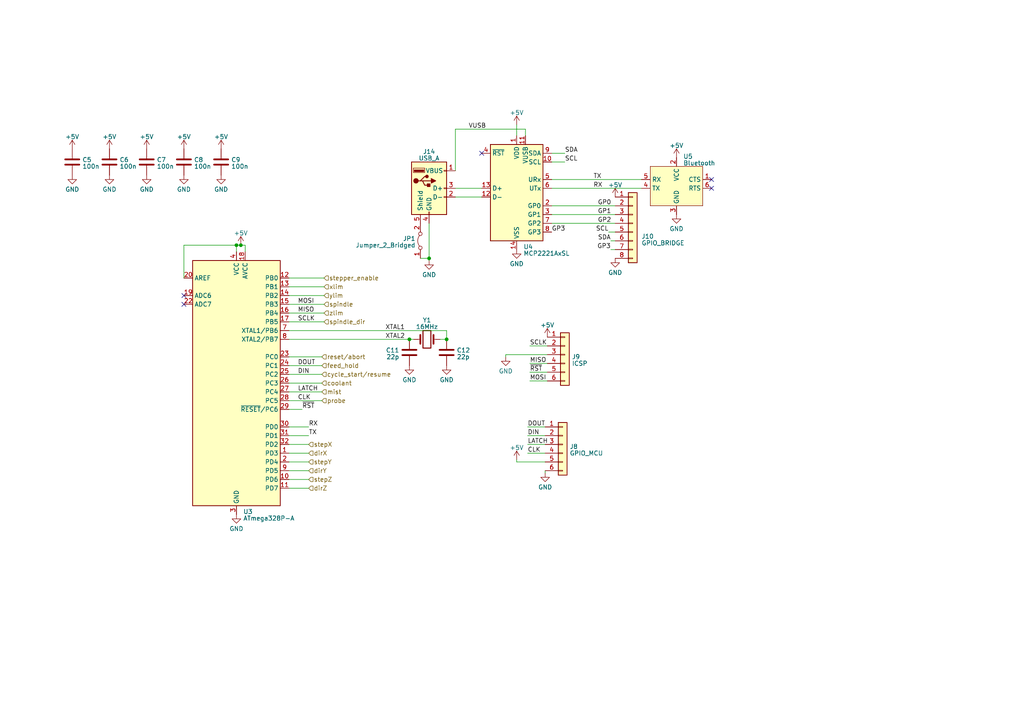
<source format=kicad_sch>
(kicad_sch (version 20230121) (generator eeschema)
  (paper "A4")
  (title_block (title "CNC controller") (date "2023-08-26") (rev "A") (company "Xavier Bourlot"))
  (lib_symbols
    (symbol "Connector:USB_A" (pin_names (offset 1.016))
      (property "Reference" "J" (at -5.08 11.43 0))
      (property "Value" "USB_A" (at -5.08 8.89 0))
      (symbol "USB_A_0_1"
        (rectangle (start -5.08 -7.62) (end 5.08 7.62) (stroke (width 0.254)) (fill (type background)))
        (circle (center -3.81 2.159) (radius 0.635) (stroke (width 0.254)) (fill (type outline)))
        (rectangle (start -1.524 4.826) (end -4.318 5.334) (fill (type outline)))
        (rectangle (start -1.27 4.572) (end -4.572 5.842))
        (circle (center -0.635 3.429) (radius 0.381) (stroke (width 0.254)) (fill (type outline)))
        (rectangle (start -0.127 -7.62) (end 0.127 -6.858))
        (polyline (pts (xy -3.175 2.159) (xy -2.54 2.159) (xy -1.27 3.429) (xy -0.635 3.429)) (stroke (width 0.254)))
        (polyline (pts (xy -2.54 2.159) (xy -1.905 2.159) (xy -1.27 0.889) (xy 0 0.889)) (stroke (width 0.254)))
        (polyline (pts (xy 0.635 2.794) (xy 0.635 1.524) (xy 1.905 2.159) (xy 0.635 2.794)) (stroke (width 0.254)) (fill (type outline)))
        (rectangle (start 0.254 1.27) (end -0.508 0.508) (stroke (width 0.254)) (fill (type outline)))
        (rectangle (start 5.08 -2.667) (end 4.318 -2.413))
        (rectangle (start 5.08 -0.127) (end 4.318 0.127))
        (rectangle (start 5.08 4.953) (end 4.318 5.207))
      )
      (symbol "USB_A_1_1"
        (polyline (pts (xy -1.905 2.159) (xy 0.635 2.159)) (stroke (width 0.254)))
        (pin power_in line (at 7.62 5.08 180) (length 2.54) (name "VBUS") (number "1"))
        (pin bidirectional line (at 7.62 -2.54 180) (length 2.54) (name "D-") (number "2"))
        (pin bidirectional line (at 7.62 0 180) (length 2.54) (name "D+") (number "3"))
        (pin power_in line (at 0 -10.16 90) (length 2.54) (name "GND") (number "4"))
        (pin passive line (at -2.54 -10.16 90) (length 2.54) (name "Shield") (number "5"))
      )
    )
    (symbol "Connector_Generic:Conn_01x06" (pin_names (offset 1.016) hide)
      (property "Reference" "J" (at 0 7.62 0))
      (property "Value" "Conn_01x06" (at 0 -10.16 0))
      (symbol "Conn_01x06_1_1"
        (rectangle (start -1.27 -7.493) (end 0 -7.747) (stroke (width 0.1524)))
        (rectangle (start -1.27 -4.953) (end 0 -5.207) (stroke (width 0.1524)))
        (rectangle (start -1.27 -2.413) (end 0 -2.667) (stroke (width 0.1524)))
        (rectangle (start -1.27 0.127) (end 0 -0.127) (stroke (width 0.1524)))
        (rectangle (start -1.27 2.667) (end 0 2.413) (stroke (width 0.1524)))
        (rectangle (start -1.27 5.207) (end 0 4.953) (stroke (width 0.1524)))
        (rectangle (start -1.27 6.35) (end 1.27 -8.89) (stroke (width 0.254)) (fill (type background)))
        (pin passive line (at -5.08 5.08 0) (length 3.81) (name "Pin_1") (number "1"))
        (pin passive line (at -5.08 2.54 0) (length 3.81) (name "Pin_2") (number "2"))
        (pin passive line (at -5.08 0 0) (length 3.81) (name "Pin_3") (number "3"))
        (pin passive line (at -5.08 -2.54 0) (length 3.81) (name "Pin_4") (number "4"))
        (pin passive line (at -5.08 -5.08 0) (length 3.81) (name "Pin_5") (number "5"))
        (pin passive line (at -5.08 -7.62 0) (length 3.81) (name "Pin_6") (number "6"))
      )
    )
    (symbol "Connector_Generic:Conn_01x08" (pin_names (offset 1.016) hide)
      (property "Reference" "J" (at 0 10.16 0))
      (property "Value" "Conn_01x08" (at 0 -12.7 0))
      (symbol "Conn_01x08_1_1"
        (rectangle (start -1.27 -10.033) (end 0 -10.287) (stroke (width 0.1524)))
        (rectangle (start -1.27 -7.493) (end 0 -7.747) (stroke (width 0.1524)))
        (rectangle (start -1.27 -4.953) (end 0 -5.207) (stroke (width 0.1524)))
        (rectangle (start -1.27 -2.413) (end 0 -2.667) (stroke (width 0.1524)))
        (rectangle (start -1.27 0.127) (end 0 -0.127) (stroke (width 0.1524)))
        (rectangle (start -1.27 2.667) (end 0 2.413) (stroke (width 0.1524)))
        (rectangle (start -1.27 5.207) (end 0 4.953) (stroke (width 0.1524)))
        (rectangle (start -1.27 7.747) (end 0 7.493) (stroke (width 0.1524)))
        (rectangle (start -1.27 8.89) (end 1.27 -11.43) (stroke (width 0.254)) (fill (type background)))
        (pin passive line (at -5.08 7.62 0) (length 3.81) (name "Pin_1") (number "1"))
        (pin passive line (at -5.08 5.08 0) (length 3.81) (name "Pin_2") (number "2"))
        (pin passive line (at -5.08 2.54 0) (length 3.81) (name "Pin_3") (number "3"))
        (pin passive line (at -5.08 0 0) (length 3.81) (name "Pin_4") (number "4"))
        (pin passive line (at -5.08 -2.54 0) (length 3.81) (name "Pin_5") (number "5"))
        (pin passive line (at -5.08 -5.08 0) (length 3.81) (name "Pin_6") (number "6"))
        (pin passive line (at -5.08 -7.62 0) (length 3.81) (name "Pin_7") (number "7"))
        (pin passive line (at -5.08 -10.16 0) (length 3.81) (name "Pin_8") (number "8"))
      )
    )
    (symbol "Device:C" (pin_numbers hide) (pin_names (offset 0.254))
      (property "Reference" "C" (at 0.635 2.54 0))
      (property "Value" "C" (at 0.635 -2.54 0))
      (symbol "C_0_1"
        (polyline (pts (xy -2.032 -0.762) (xy 2.032 -0.762)) (stroke (width 0.508)))
        (polyline (pts (xy -2.032 0.762) (xy 2.032 0.762)) (stroke (width 0.508)))
      )
      (symbol "C_1_1"
        (pin passive line (at 0 3.81 270) (length 2.794) (name "~") (number "1"))
        (pin passive line (at 0 -3.81 90) (length 2.794) (name "~") (number "2"))
      )
    )
    (symbol "Device:Crystal" (pin_numbers hide) (pin_names (offset 1.016) hide)
      (property "Reference" "Y" (at 0 3.81 0))
      (property "Value" "Crystal" (at 0 -3.81 0))
      (symbol "Crystal_0_1"
        (rectangle (start -1.143 2.54) (end 1.143 -2.54) (stroke (width 0.3048)))
        (polyline (pts (xy -2.54 0) (xy -1.905 0)))
        (polyline (pts (xy -1.905 -1.27) (xy -1.905 1.27)) (stroke (width 0.508)))
        (polyline (pts (xy 1.905 -1.27) (xy 1.905 1.27)) (stroke (width 0.508)))
        (polyline (pts (xy 2.54 0) (xy 1.905 0)))
      )
      (symbol "Crystal_1_1"
        (pin passive line (at -3.81 0 0) (length 1.27) (name "1") (number "1"))
        (pin passive line (at 3.81 0 180) (length 1.27) (name "2") (number "2"))
      )
    )
    (symbol "Interface_USB:MCP2221AxSL"
      (property "Reference" "U" (at -7.62 16.51 0))
      (property "Value" "MCP2221AxSL" (at 12.7 16.51 0))
      (symbol "MCP2221AxSL_0_1"
        (rectangle (start -7.62 15.24) (end 7.62 -12.7) (stroke (width 0.254)) (fill (type background)))
      )
      (symbol "MCP2221AxSL_1_1"
        (pin power_in line (at 0 17.78 270) (length 2.54) (name "VDD") (number "1"))
        (pin bidirectional line (at 10.16 10.16 180) (length 2.54) (name "SCL") (number "10"))
        (pin passive line (at 2.54 17.78 270) (length 2.54) (name "VUSB") (number "11"))
        (pin bidirectional line (at -10.16 0 0) (length 2.54) (name "D-") (number "12"))
        (pin bidirectional line (at -10.16 2.54 0) (length 2.54) (name "D+") (number "13"))
        (pin power_in line (at 0 -15.24 90) (length 2.54) (name "VSS") (number "14"))
        (pin bidirectional line (at 10.16 -2.54 180) (length 2.54) (name "GP0") (number "2"))
        (pin bidirectional line (at 10.16 -5.08 180) (length 2.54) (name "GP1") (number "3"))
        (pin input line (at -10.16 12.7 0) (length 2.54) (name "~{RST}") (number "4"))
        (pin input line (at 10.16 5.08 180) (length 2.54) (name "URx") (number "5"))
        (pin output line (at 10.16 2.54 180) (length 2.54) (name "UTx") (number "6"))
        (pin bidirectional line (at 10.16 -7.62 180) (length 2.54) (name "GP2") (number "7"))
        (pin bidirectional line (at 10.16 -10.16 180) (length 2.54) (name "GP3") (number "8"))
        (pin bidirectional line (at 10.16 12.7 180) (length 2.54) (name "SDA") (number "9"))
      )
    )
    (symbol "Jumper:Jumper_2_Bridged" (pin_names (offset 0) hide)
      (property "Reference" "JP" (at 0 1.905 0))
      (property "Value" "Jumper_2_Bridged" (at 0 -2.54 0))
      (symbol "Jumper_2_Bridged_0_0"
        (circle (center -2.032 0) (radius 0.508))
        (circle (center 2.032 0) (radius 0.508))
      )
      (symbol "Jumper_2_Bridged_0_1"
        (arc (start 1.524 0.254) (mid 0 0.762) (end -1.524 0.254))
      )
      (symbol "Jumper_2_Bridged_1_1"
        (pin passive line (at -5.08 0 0) (length 2.54) (name "A") (number "1"))
        (pin passive line (at 5.08 0 180) (length 2.54) (name "B") (number "2"))
      )
    )
    (symbol "MCU_Microchip_ATmega:ATmega328P-A"
      (property "Reference" "U" (at -12.7 36.83 0))
      (property "Value" "ATmega328P-A" (at 2.54 -36.83 0))
      (symbol "ATmega328P-A_0_1"
        (rectangle (start -12.7 -35.56) (end 12.7 35.56) (stroke (width 0.254)) (fill (type background)))
      )
      (symbol "ATmega328P-A_1_1"
        (pin bidirectional line (at 15.24 -20.32 180) (length 2.54) (name "PD3") (number "1"))
        (pin bidirectional line (at 15.24 -27.94 180) (length 2.54) (name "PD6") (number "10"))
        (pin bidirectional line (at 15.24 -30.48 180) (length 2.54) (name "PD7") (number "11"))
        (pin bidirectional line (at 15.24 30.48 180) (length 2.54) (name "PB0") (number "12"))
        (pin bidirectional line (at 15.24 27.94 180) (length 2.54) (name "PB1") (number "13"))
        (pin bidirectional line (at 15.24 25.4 180) (length 2.54) (name "PB2") (number "14"))
        (pin bidirectional line (at 15.24 22.86 180) (length 2.54) (name "PB3") (number "15"))
        (pin bidirectional line (at 15.24 20.32 180) (length 2.54) (name "PB4") (number "16"))
        (pin bidirectional line (at 15.24 17.78 180) (length 2.54) (name "PB5") (number "17"))
        (pin power_in line (at 2.54 38.1 270) (length 2.54) (name "AVCC") (number "18"))
        (pin input line (at -15.24 25.4 0) (length 2.54) (name "ADC6") (number "19"))
        (pin bidirectional line (at 15.24 -22.86 180) (length 2.54) (name "PD4") (number "2"))
        (pin passive line (at -15.24 30.48 0) (length 2.54) (name "AREF") (number "20"))
        (pin passive line (at 0 -38.1 90) (length 2.54) hide (name "GND") (number "21"))
        (pin input line (at -15.24 22.86 0) (length 2.54) (name "ADC7") (number "22"))
        (pin bidirectional line (at 15.24 7.62 180) (length 2.54) (name "PC0") (number "23"))
        (pin bidirectional line (at 15.24 5.08 180) (length 2.54) (name "PC1") (number "24"))
        (pin bidirectional line (at 15.24 2.54 180) (length 2.54) (name "PC2") (number "25"))
        (pin bidirectional line (at 15.24 0 180) (length 2.54) (name "PC3") (number "26"))
        (pin bidirectional line (at 15.24 -2.54 180) (length 2.54) (name "PC4") (number "27"))
        (pin bidirectional line (at 15.24 -5.08 180) (length 2.54) (name "PC5") (number "28"))
        (pin bidirectional line (at 15.24 -7.62 180) (length 2.54) (name "~{RESET}/PC6") (number "29"))
        (pin power_in line (at 0 -38.1 90) (length 2.54) (name "GND") (number "3"))
        (pin bidirectional line (at 15.24 -12.7 180) (length 2.54) (name "PD0") (number "30"))
        (pin bidirectional line (at 15.24 -15.24 180) (length 2.54) (name "PD1") (number "31"))
        (pin bidirectional line (at 15.24 -17.78 180) (length 2.54) (name "PD2") (number "32"))
        (pin power_in line (at 0 38.1 270) (length 2.54) (name "VCC") (number "4"))
        (pin passive line (at 0 -38.1 90) (length 2.54) hide (name "GND") (number "5"))
        (pin passive line (at 0 38.1 270) (length 2.54) hide (name "VCC") (number "6"))
        (pin bidirectional line (at 15.24 15.24 180) (length 2.54) (name "XTAL1/PB6") (number "7"))
        (pin bidirectional line (at 15.24 12.7 180) (length 2.54) (name "XTAL2/PB7") (number "8"))
        (pin bidirectional line (at 15.24 -25.4 180) (length 2.54) (name "PD5") (number "9"))
      )
    )
    (symbol "_MYLIBRARY:BlueSmirfSilver"
      (property "Reference" "U" (at -6.35 6.35 0))
      (symbol "BlueSmirfSilver_1_1"
        (rectangle (start -7.62 5.08) (end 7.62 -6.35) (fill (type background)))
        (pin unspecified line (at 10.16 1.27 180) (length 2.54) (name "CTS") (number "1"))
        (pin power_in line (at 0 7.62 270) (length 2.54) (name "VCC") (number "2"))
        (pin power_in line (at 0 -8.89 90) (length 2.54) (name "GND") (number "3"))
        (pin output line (at -10.16 -1.27 0) (length 2.54) (name "TX") (number "4"))
        (pin input line (at -10.16 1.27 0) (length 2.54) (name "RX") (number "5"))
        (pin unspecified line (at 10.16 -1.27 180) (length 2.54) (name "RTS") (number "6"))
      )
    )
    (symbol "power:+5V" (power) (pin_names (offset 0))
      (property "Value" "+5V" (at 0 3.556 0))
      (symbol "+5V_0_1"
        (polyline (pts (xy -0.762 1.27) (xy 0 2.54)))
        (polyline (pts (xy 0 0) (xy 0 2.54)))
        (polyline (pts (xy 0 2.54) (xy 0.762 1.27)))
      )
      (symbol "+5V_1_1"
        (pin power_in line (at 0 0 90) (length 0) hide (name "+5V") (number "1"))
      )
    )
    (symbol "power:GND" (power) (pin_names (offset 0))
      (property "Value" "GND" (at 0 -3.81 0))
      (symbol "GND_0_1"
        (polyline (pts (xy 0 0) (xy 0 -1.27) (xy 1.27 -1.27) (xy 0 -2.54) (xy -1.27 -1.27) (xy 0 -1.27)))
      )
      (symbol "GND_1_1"
        (pin power_in line (at 0 0 270) (length 0) hide (name "GND") (number "1"))
      )
    )
  )
  (junction (at 118.745 98.425))
  (junction (at 124.46 74.93))
  (junction (at 69.85 71.12))
  (junction (at 68.58 71.12))
  (junction (at 129.54 98.425))
  (no_connect (at 53.34 88.265))
  (no_connect (at 139.7 44.45))
  (no_connect (at 53.34 85.725))
  (no_connect (at 206.375 52.07))
  (no_connect (at 206.375 54.61))
  (wire (pts (xy 83.82 95.885) (xy 129.54 95.885)))
  (wire (pts (xy 132.08 54.61) (xy 139.7 54.61)))
  (wire (pts (xy 153.035 131.445) (xy 158.115 131.445)))
  (wire (pts (xy 83.82 118.745) (xy 87.63 118.745)))
  (wire (pts (xy 158.115 133.985) (xy 149.86 133.985)))
  (wire (pts (xy 132.08 57.15) (xy 139.7 57.15)))
  (wire (pts (xy 120.015 98.425) (xy 118.745 98.425)))
  (wire (pts (xy 83.82 128.905) (xy 89.535 128.905)))
  (wire (pts (xy 83.82 90.805) (xy 93.98 90.805)))
  (wire (pts (xy 71.12 71.12) (xy 71.12 73.025)))
  (wire (pts (xy 68.58 71.12) (xy 69.85 71.12)))
  (wire (pts (xy 83.82 126.365) (xy 89.535 126.365)))
  (wire (pts (xy 83.82 111.125) (xy 93.345 111.125)))
  (wire (pts (xy 83.82 113.665) (xy 93.345 113.665)))
  (wire (pts (xy 121.92 74.93) (xy 124.46 74.93)))
  (wire (pts (xy 83.82 116.205) (xy 93.345 116.205)))
  (wire (pts (xy 160.02 59.69) (xy 178.435 59.69)))
  (wire (pts (xy 53.34 71.12) (xy 68.58 71.12)))
  (wire (pts (xy 127.635 98.425) (xy 129.54 98.425)))
  (wire (pts (xy 146.685 102.87) (xy 158.75 102.87)))
  (wire (pts (xy 153.035 128.905) (xy 158.115 128.905)))
  (wire (pts (xy 132.08 49.53) (xy 132.08 37.465)))
  (wire (pts (xy 129.54 95.885) (xy 129.54 98.425)))
  (wire (pts (xy 83.82 88.265) (xy 93.98 88.265)))
  (wire (pts (xy 83.82 123.825) (xy 89.535 123.825)))
  (wire (pts (xy 158.115 137.16) (xy 158.115 136.525)))
  (wire (pts (xy 160.02 62.23) (xy 178.435 62.23)))
  (wire (pts (xy 178.435 69.85) (xy 177.165 69.85)))
  (wire (pts (xy 68.58 73.025) (xy 68.58 71.12)))
  (wire (pts (xy 153.035 123.825) (xy 158.115 123.825)))
  (wire (pts (xy 160.02 52.07) (xy 186.055 52.07)))
  (wire (pts (xy 83.82 85.725) (xy 93.98 85.725)))
  (wire (pts (xy 176.53 67.31) (xy 178.435 67.31)))
  (wire (pts (xy 160.02 54.61) (xy 186.055 54.61)))
  (wire (pts (xy 153.67 100.33) (xy 158.75 100.33)))
  (wire (pts (xy 149.86 133.985) (xy 149.86 133.35)))
  (wire (pts (xy 53.34 80.645) (xy 53.34 71.12)))
  (wire (pts (xy 89.535 136.525) (xy 83.82 136.525)))
  (wire (pts (xy 83.82 80.645) (xy 93.98 80.645)))
  (wire (pts (xy 160.02 44.45) (xy 163.83 44.45)))
  (wire (pts (xy 83.82 98.425) (xy 118.745 98.425)))
  (wire (pts (xy 153.035 126.365) (xy 158.115 126.365)))
  (wire (pts (xy 160.02 64.77) (xy 178.435 64.77)))
  (wire (pts (xy 149.86 36.195) (xy 149.86 39.37)))
  (wire (pts (xy 83.82 108.585) (xy 93.345 108.585)))
  (wire (pts (xy 153.67 110.49) (xy 158.75 110.49)))
  (wire (pts (xy 146.685 103.505) (xy 146.685 102.87)))
  (wire (pts (xy 124.46 74.93) (xy 124.46 75.565)))
  (wire (pts (xy 124.46 64.77) (xy 124.46 74.93)))
  (wire (pts (xy 69.85 71.12) (xy 71.12 71.12)))
  (wire (pts (xy 89.535 141.605) (xy 83.82 141.605)))
  (wire (pts (xy 89.535 131.445) (xy 83.82 131.445)))
  (wire (pts (xy 178.435 72.39) (xy 177.165 72.39)))
  (wire (pts (xy 160.02 46.99) (xy 163.83 46.99)))
  (wire (pts (xy 152.4 37.465) (xy 152.4 39.37)))
  (wire (pts (xy 83.82 93.345) (xy 93.98 93.345)))
  (wire (pts (xy 89.535 133.985) (xy 83.82 133.985)))
  (wire (pts (xy 153.67 107.95) (xy 158.75 107.95)))
  (wire (pts (xy 132.08 37.465) (xy 152.4 37.465)))
  (wire (pts (xy 89.535 139.065) (xy 83.82 139.065)))
  (wire (pts (xy 83.82 103.505) (xy 93.345 103.505)))
  (wire (pts (xy 153.67 105.41) (xy 158.75 105.41)))
  (wire (pts (xy 83.82 106.045) (xy 93.345 106.045)))
  (wire (pts (xy 83.82 83.185) (xy 93.98 83.185)))
  (label "SCL" (at 163.83 46.99 0))
  (label "RX" (at 89.535 123.825 0))
  (label "VUSB" (at 135.89 37.465 0))
  (label "TX" (at 89.535 126.365 0))
  (label "~{RST}" (at 153.67 107.95 0))
  (label "SCLK" (at 153.67 100.33 0))
  (label "XTAL1" (at 111.76 95.885 0))
  (label "TX" (at 172.085 52.07 0))
  (label "DOUT" (at 153.035 123.825 0))
  (label "MOSI" (at 153.67 110.49 0))
  (label "GP1" (at 173.355 62.23 0))
  (label "DOUT" (at 86.36 106.045 0))
  (label "CLK" (at 153.035 131.445 0))
  (label "SDA" (at 177.165 69.85 180))
  (label "GP2" (at 173.355 64.77 0))
  (label "~{RST}" (at 87.63 118.745 0))
  (label "MISO" (at 86.36 90.805 0))
  (label "MOSI" (at 86.36 88.265 0))
  (label "SDA" (at 163.83 44.45 0))
  (label "SCLK" (at 86.36 93.345 0))
  (label "MISO" (at 153.67 105.41 0))
  (label "LATCH" (at 86.36 113.665 0))
  (label "GP3" (at 160.02 67.31 0))
  (label "DIN" (at 86.36 108.585 0))
  (label "GP0" (at 173.355 59.69 0))
  (label "DIN" (at 153.035 126.365 0))
  (label "RX" (at 172.085 54.61 0))
  (label "GP3" (at 177.165 72.39 180))
  (label "CLK" (at 86.36 116.205 0))
  (label "LATCH" (at 153.035 128.905 0))
  (label "XTAL2" (at 111.76 98.425 0))
  (label "SCL" (at 176.53 67.31 180))
  (hierarchical_label "feed_hold" (shape input) (at 93.345 106.045 0))
  (hierarchical_label "zlim" (shape input) (at 93.98 90.805 0))
  (hierarchical_label "cycle_start{slash}resume" (shape input) (at 93.345 108.585 0))
  (hierarchical_label "spindle" (shape input) (at 93.98 88.265 0))
  (hierarchical_label "dirZ" (shape input) (at 89.535 141.605 0))
  (hierarchical_label "stepY" (shape input) (at 89.535 133.985 0))
  (hierarchical_label "coolant" (shape input) (at 93.345 111.125 0))
  (hierarchical_label "probe" (shape input) (at 93.345 116.205 0))
  (hierarchical_label "ylim" (shape input) (at 93.98 85.725 0))
  (hierarchical_label "dirY" (shape input) (at 89.535 136.525 0))
  (hierarchical_label "mist" (shape input) (at 93.345 113.665 0))
  (hierarchical_label "xlim" (shape input) (at 93.98 83.185 0))
  (hierarchical_label "reset{slash}abort" (shape input) (at 93.345 103.505 0))
  (hierarchical_label "stepper_enable" (shape input) (at 93.98 80.645 0))
  (hierarchical_label "spindle_dir" (shape input) (at 93.98 93.345 0))
  (hierarchical_label "stepZ" (shape input) (at 89.535 139.065 0))
  (hierarchical_label "stepX" (shape input) (at 89.535 128.905 0))
  (hierarchical_label "dirX" (shape input) (at 89.535 131.445 0))
  (symbol (lib_id "power:+5V") (at 196.215 45.72 0) (unit 1)
    (property "Reference" "#PWR052" (effects hide))
    (property "Value" "+5V" (at 196.215 42.2181 0))
  )
  (symbol (lib_id "Connector_Generic:Conn_01x06") (at 163.83 102.87 0) (unit 1)
    (property "Reference" "J9" (at 165.862 103.4963 0) (effects (justify left)))
    (property "Value" "ICSP" (at 165.862 105.4173 0) (effects (justify left)))
    (property "Footprint" "Connector:Tag-Connect_TC2030-IDC-NL_2x03_P1.27mm_Vertical" (effects hide))
  )
  (symbol (lib_id "power:GND") (at 118.745 106.045 0) (unit 1)
    (property "Reference" "#PWR041" (effects hide))
    (property "Value" "GND" (at 118.745 110.1805 0))
  )
  (symbol (lib_id "power:GND") (at 124.46 75.565 0) (unit 1)
    (property "Reference" "#PWR042" (effects hide))
    (property "Value" "GND" (at 124.46 79.7005 0))
  )
  (symbol (lib_id "power:GND") (at 68.58 149.225 0) (unit 1)
    (property "Reference" "#PWR037" (effects hide))
    (property "Value" "GND" (at 68.58 153.3605 0))
  )
  (symbol (lib_id "Device:C") (at 31.75 46.99 0) (unit 1)
    (property "Reference" "C6" (at 34.671 46.3463 0) (effects (justify left)))
    (property "Value" "100n" (at 34.671 48.2673 0) (effects (justify left)))
    (property "Footprint" "Capacitor_SMD:C_0603_1608Metric_Pad1.08x0.95mm_HandSolder" (effects hide))
  )
  (symbol (lib_id "power:GND") (at 178.435 74.93 0) (unit 1)
    (property "Reference" "#PWR051" (effects hide))
    (property "Value" "GND" (at 178.435 79.0655 0))
  )
  (symbol (lib_id "Connector:USB_A") (at 124.46 54.61 0) (unit 1)
    (property "Reference" "J14" (at 124.46 43.9801 0))
    (property "Value" "USB_A" (at 124.46 45.9011 0))
    (property "Footprint" "Connector_USB:USB_B_Lumberg_2411_02_Horizontal" (effects hide))
    (property "Datasheet" " ~" (effects hide))
  )
  (symbol (lib_id "Jumper:Jumper_2_Bridged") (at 121.92 69.85 90) (unit 1)
    (property "Reference" "JP1" (at 120.523 69.2063 90) (effects (justify left)))
    (property "Value" "Jumper_2_Bridged" (at 120.523 71.1273 90) (effects (justify left)))
    (property "Footprint" "Jumper:SolderJumper-2_P1.3mm_Bridged_RoundedPad1.0x1.5mm" (effects hide))
  )
  (symbol (lib_id "power:+5V") (at 31.75 43.18 0) (unit 1)
    (property "Reference" "#PWR029" (effects hide))
    (property "Value" "+5V" (at 31.75 39.6781 0))
  )
  (symbol (lib_id "Device:C") (at 20.955 46.99 0) (unit 1)
    (property "Reference" "C5" (at 23.876 46.3463 0) (effects (justify left)))
    (property "Value" "100n" (at 23.876 48.2673 0) (effects (justify left)))
    (property "Footprint" "Capacitor_SMD:C_0603_1608Metric_Pad1.08x0.95mm_HandSolder" (effects hide))
  )
  (symbol (lib_id "power:GND") (at 53.34 50.8 0) (unit 1)
    (property "Reference" "#PWR034" (effects hide))
    (property "Value" "GND" (at 53.34 54.9355 0))
  )
  (symbol (lib_id "power:GND") (at 64.135 50.8 0) (unit 1)
    (property "Reference" "#PWR036" (effects hide))
    (property "Value" "GND" (at 64.135 54.9355 0))
  )
  (symbol (lib_id "_MYLIBRARY:BlueSmirfSilver") (at 196.215 53.34 0) (unit 1)
    (property "Reference" "U5" (at 198.1709 45.3771 0) (effects (justify left)))
    (property "Value" "Bluetooth" (at 198.1709 47.2981 0) (effects (justify left)))
    (property "Footprint" "footprints:BlueSmirf" (effects hide))
  )
  (symbol (lib_id "Device:C") (at 129.54 102.235 0) (unit 1)
    (property "Reference" "C12" (at 132.461 101.5913 0) (effects (justify left)))
    (property "Value" "22p" (at 132.461 103.5123 0) (effects (justify left)))
    (property "Footprint" "Capacitor_SMD:C_0603_1608Metric_Pad1.08x0.95mm_HandSolder" (effects hide))
  )
  (symbol (lib_id "MCU_Microchip_ATmega:ATmega328P-A") (at 68.58 111.125 0) (unit 1)
    (property "Reference" "U3" (at 70.5359 148.4075 0) (effects (justify left)))
    (property "Value" "ATmega328P-A" (at 70.5359 150.3285 0) (effects (justify left)))
    (property "Footprint" "Package_QFP:TQFP-32_7x7mm_P0.8mm" (effects hide))
    (property "Datasheet" "http://ww1.microchip.com/downloads/en/DeviceDoc/ATmega328_P%20AVR%20MCU%20with%20picoPower%20Technology%20Data%20Sheet%2040001984A.pdf" (effects hide))
  )
  (symbol (lib_id "Connector_Generic:Conn_01x06") (at 163.195 128.905 0) (unit 1)
    (property "Reference" "J8" (at 165.227 129.5313 0) (effects (justify left)))
    (property "Value" "GPIO_MCU" (at 165.227 131.4523 0) (effects (justify left)))
    (property "Footprint" "Connector_PinHeader_2.54mm:PinHeader_1x06_P2.54mm_Horizontal" (effects hide))
  )
  (symbol (lib_id "power:GND") (at 42.545 50.8 0) (unit 1)
    (property "Reference" "#PWR032" (effects hide))
    (property "Value" "GND" (at 42.545 54.9355 0))
  )
  (symbol (lib_id "Device:C") (at 118.745 102.235 0) (unit 1)
    (property "Reference" "C11" (at 115.824 101.5913 0) (effects (justify right)))
    (property "Value" "22p" (at 115.824 103.5123 0) (effects (justify right)))
    (property "Footprint" "Capacitor_SMD:C_0603_1608Metric_Pad1.08x0.95mm_HandSolder" (effects hide))
  )
  (symbol (lib_id "power:GND") (at 31.75 50.8 0) (unit 1)
    (property "Reference" "#PWR030" (effects hide))
    (property "Value" "GND" (at 31.75 54.9355 0))
  )
  (symbol (lib_id "Connector_Generic:Conn_01x08") (at 183.515 64.77 0) (unit 1)
    (property "Reference" "J10" (at 186.055 68.564 0) (effects (justify left)))
    (property "Value" "GPIO_BRIDGE" (at 186.055 70.485 0) (effects (justify left)))
    (property "Footprint" "Connector_PinHeader_2.54mm:PinHeader_1x08_P2.54mm_Vertical" (effects hide))
  )
  (symbol (lib_id "power:GND") (at 129.54 106.045 0) (unit 1)
    (property "Reference" "#PWR043" (effects hide))
    (property "Value" "GND" (at 129.54 110.1805 0))
  )
  (symbol (lib_id "power:+5V") (at 42.545 43.18 0) (unit 1)
    (property "Reference" "#PWR031" (effects hide))
    (property "Value" "+5V" (at 42.545 39.6781 0))
  )
  (symbol (lib_id "Device:Crystal") (at 123.825 98.425 0) (unit 1)
    (property "Reference" "Y1" (at 123.825 92.8497 0))
    (property "Value" "16MHz" (at 123.825 94.7707 0))
    (property "Footprint" "Crystal:Crystal_SMD_HC49-SD" (effects hide))
  )
  (symbol (lib_id "power:GND") (at 149.86 72.39 0) (unit 1)
    (property "Reference" "#PWR046" (effects hide))
    (property "Value" "GND" (at 149.86 76.5255 0))
  )
  (symbol (lib_id "power:+5V") (at 69.85 71.12 0) (unit 1)
    (property "Reference" "#PWR038" (effects hide))
    (property "Value" "+5V" (at 69.85 67.6181 0))
  )
  (symbol (lib_id "power:GND") (at 196.215 62.23 0) (unit 1)
    (property "Reference" "#PWR053" (effects hide))
    (property "Value" "GND" (at 196.215 66.3655 0))
  )
  (symbol (lib_id "power:GND") (at 146.685 103.505 0) (unit 1)
    (property "Reference" "#PWR044" (effects hide))
    (property "Value" "GND" (at 146.685 107.6405 0))
  )
  (symbol (lib_id "power:GND") (at 158.115 137.16 0) (unit 1)
    (property "Reference" "#PWR048" (effects hide))
    (property "Value" "GND" (at 158.115 141.2955 0))
  )
  (symbol (lib_id "power:+5V") (at 53.34 43.18 0) (unit 1)
    (property "Reference" "#PWR033" (effects hide))
    (property "Value" "+5V" (at 53.34 39.6781 0))
  )
  (symbol (lib_id "Interface_USB:MCP2221AxSL") (at 149.86 57.15 0) (unit 1)
    (property "Reference" "U4" (at 151.8159 71.5725 0) (effects (justify left)))
    (property "Value" "MCP2221AxSL" (at 151.8159 73.4935 0) (effects (justify left)))
    (property "Footprint" "Package_SO:SOIC-14_3.9x8.7mm_P1.27mm" (effects hide))
    (property "Datasheet" "http://ww1.microchip.com/downloads/en/DeviceDoc/20005565B.pdf" (effects hide))
  )
  (symbol (lib_id "Device:C") (at 42.545 46.99 0) (unit 1)
    (property "Reference" "C7" (at 45.466 46.3463 0) (effects (justify left)))
    (property "Value" "100n" (at 45.466 48.2673 0) (effects (justify left)))
    (property "Footprint" "Capacitor_SMD:C_0603_1608Metric_Pad1.08x0.95mm_HandSolder" (effects hide))
  )
  (symbol (lib_id "power:+5V") (at 149.86 36.195 0) (unit 1)
    (property "Reference" "#PWR045" (effects hide))
    (property "Value" "+5V" (at 149.86 32.6931 0))
  )
  (symbol (lib_id "power:+5V") (at 158.75 97.79 0) (unit 1)
    (property "Reference" "#PWR049" (effects hide))
    (property "Value" "+5V" (at 158.75 94.2881 0))
  )
  (symbol (lib_id "power:GND") (at 20.955 50.8 0) (unit 1)
    (property "Reference" "#PWR028" (effects hide))
    (property "Value" "GND" (at 20.955 54.9355 0))
  )
  (symbol (lib_id "Device:C") (at 53.34 46.99 0) (unit 1)
    (property "Reference" "C8" (at 56.261 46.3463 0) (effects (justify left)))
    (property "Value" "100n" (at 56.261 48.2673 0) (effects (justify left)))
    (property "Footprint" "Capacitor_SMD:C_0603_1608Metric_Pad1.08x0.95mm_HandSolder" (effects hide))
  )
  (symbol (lib_id "Device:C") (at 64.135 46.99 0) (unit 1)
    (property "Reference" "C9" (at 67.056 46.3463 0) (effects (justify left)))
    (property "Value" "100n" (at 67.056 48.2673 0) (effects (justify left)))
    (property "Footprint" "Capacitor_SMD:C_0603_1608Metric_Pad1.08x0.95mm_HandSolder" (effects hide))
  )
  (symbol (lib_id "power:+5V") (at 149.86 133.35 0) (unit 1)
    (property "Reference" "#PWR047" (effects hide))
    (property "Value" "+5V" (at 149.86 129.8481 0))
  )
  (symbol (lib_id "power:+5V") (at 178.435 57.15 0) (unit 1)
    (property "Reference" "#PWR050" (effects hide))
    (property "Value" "+5V" (at 178.435 53.6481 0))
  )
  (symbol (lib_id "power:+5V") (at 64.135 43.18 0) (unit 1)
    (property "Reference" "#PWR035" (effects hide))
    (property "Value" "+5V" (at 64.135 39.6781 0))
  )
  (symbol (lib_id "power:+5V") (at 20.955 43.18 0) (unit 1)
    (property "Reference" "#PWR027" (effects hide))
    (property "Value" "+5V" (at 20.955 39.6781 0))
  )
)
</source>
